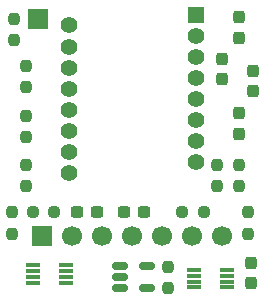
<source format=gbr>
%TF.GenerationSoftware,KiCad,Pcbnew,9.0.5*%
%TF.CreationDate,2025-11-21T21:53:36+01:00*%
%TF.ProjectId,keyballTrackballPCB,6b657962-616c-46c5-9472-61636b62616c,1.0*%
%TF.SameCoordinates,Original*%
%TF.FileFunction,Soldermask,Top*%
%TF.FilePolarity,Negative*%
%FSLAX46Y46*%
G04 Gerber Fmt 4.6, Leading zero omitted, Abs format (unit mm)*
G04 Created by KiCad (PCBNEW 9.0.5) date 2025-11-21 21:53:36*
%MOMM*%
%LPD*%
G01*
G04 APERTURE LIST*
G04 Aperture macros list*
%AMRoundRect*
0 Rectangle with rounded corners*
0 $1 Rounding radius*
0 $2 $3 $4 $5 $6 $7 $8 $9 X,Y pos of 4 corners*
0 Add a 4 corners polygon primitive as box body*
4,1,4,$2,$3,$4,$5,$6,$7,$8,$9,$2,$3,0*
0 Add four circle primitives for the rounded corners*
1,1,$1+$1,$2,$3*
1,1,$1+$1,$4,$5*
1,1,$1+$1,$6,$7*
1,1,$1+$1,$8,$9*
0 Add four rect primitives between the rounded corners*
20,1,$1+$1,$2,$3,$4,$5,0*
20,1,$1+$1,$4,$5,$6,$7,0*
20,1,$1+$1,$6,$7,$8,$9,0*
20,1,$1+$1,$8,$9,$2,$3,0*%
G04 Aperture macros list end*
%ADD10RoundRect,0.237500X-0.237500X0.300000X-0.237500X-0.300000X0.237500X-0.300000X0.237500X0.300000X0*%
%ADD11RoundRect,0.237500X-0.300000X-0.237500X0.300000X-0.237500X0.300000X0.237500X-0.300000X0.237500X0*%
%ADD12RoundRect,0.237500X0.237500X-0.250000X0.237500X0.250000X-0.237500X0.250000X-0.237500X-0.250000X0*%
%ADD13RoundRect,0.237500X-0.237500X0.250000X-0.237500X-0.250000X0.237500X-0.250000X0.237500X0.250000X0*%
%ADD14RoundRect,0.087500X0.537500X0.087500X-0.537500X0.087500X-0.537500X-0.087500X0.537500X-0.087500X0*%
%ADD15RoundRect,0.237500X-0.250000X-0.237500X0.250000X-0.237500X0.250000X0.237500X-0.250000X0.237500X0*%
%ADD16RoundRect,0.150000X-0.512500X-0.150000X0.512500X-0.150000X0.512500X0.150000X-0.512500X0.150000X0*%
%ADD17R,1.700000X1.700000*%
%ADD18R,1.400000X1.400000*%
%ADD19C,1.400000*%
%ADD20C,1.700000*%
G04 APERTURE END LIST*
D10*
%TO.C,C5*%
X104000000Y-81075000D03*
X104000000Y-82800000D03*
%TD*%
D11*
%TO.C,C1*%
X90275000Y-97600000D03*
X92000000Y-97600000D03*
%TD*%
D12*
%TO.C,R9*%
X86000000Y-87000000D03*
X86000000Y-85175000D03*
%TD*%
D10*
%TO.C,C4*%
X105200000Y-85600000D03*
X105200000Y-87325000D03*
%TD*%
D13*
%TO.C,R10*%
X86000000Y-93575000D03*
X86000000Y-95400000D03*
%TD*%
%TO.C,R11*%
X104000000Y-93575000D03*
X104000000Y-95400000D03*
%TD*%
D12*
%TO.C,R8*%
X86000000Y-91225000D03*
X86000000Y-89400000D03*
%TD*%
D10*
%TO.C,C7*%
X105000000Y-101875000D03*
X105000000Y-103600000D03*
%TD*%
D14*
%TO.C,U2*%
X89400000Y-103550000D03*
X89400000Y-103050000D03*
X89400000Y-102550000D03*
X89400000Y-102050000D03*
X86600000Y-102050000D03*
X86600000Y-102550000D03*
X86600000Y-103050000D03*
X86600000Y-103550000D03*
%TD*%
%TO.C,U3*%
X103000000Y-103950000D03*
X103000000Y-103450000D03*
X103000000Y-102950000D03*
X103000000Y-102450000D03*
X100200000Y-102450000D03*
X100200000Y-102950000D03*
X100200000Y-103450000D03*
X100200000Y-103950000D03*
%TD*%
D10*
%TO.C,C6*%
X102600000Y-84600000D03*
X102600000Y-86325000D03*
%TD*%
D12*
%TO.C,R2*%
X98000000Y-104000000D03*
X98000000Y-102175000D03*
%TD*%
D15*
%TO.C,R4*%
X86575000Y-97600000D03*
X88400000Y-97600000D03*
%TD*%
D12*
%TO.C,R7*%
X85000000Y-83025000D03*
X85000000Y-81200000D03*
%TD*%
D13*
%TO.C,R5*%
X102200000Y-93575000D03*
X102200000Y-95400000D03*
%TD*%
%TO.C,R3*%
X84800000Y-97600000D03*
X84800000Y-99425000D03*
%TD*%
D10*
%TO.C,C3*%
X104000000Y-89200000D03*
X104000000Y-90925000D03*
%TD*%
D16*
%TO.C,U1*%
X93925000Y-102100000D03*
X93925000Y-103050000D03*
X93925000Y-104000000D03*
X96200000Y-104000000D03*
X96200000Y-102100000D03*
%TD*%
D15*
%TO.C,R6*%
X99200000Y-97600000D03*
X101025000Y-97600000D03*
%TD*%
D13*
%TO.C,R1*%
X104800000Y-97600000D03*
X104800000Y-99425000D03*
%TD*%
D11*
%TO.C,C2*%
X94275000Y-97600000D03*
X96000000Y-97600000D03*
%TD*%
D17*
%TO.C,J2*%
X87000000Y-81200000D03*
%TD*%
D18*
%TO.C,U4*%
X100350000Y-80880000D03*
D19*
X100350000Y-82660000D03*
X100350000Y-84440000D03*
X100350000Y-86220000D03*
X100350000Y-88000000D03*
X100350000Y-89780000D03*
X100350000Y-91560000D03*
X100350000Y-93340000D03*
X89650000Y-94230000D03*
X89650000Y-92450000D03*
X89650000Y-90670000D03*
X89650000Y-88890000D03*
X89650000Y-87110000D03*
X89650000Y-85330000D03*
X89650000Y-83550000D03*
X89650000Y-81770000D03*
%TD*%
D17*
%TO.C,J1*%
X87380000Y-99600000D03*
D20*
X89920000Y-99600000D03*
X92460000Y-99600000D03*
X95000000Y-99600000D03*
X97540000Y-99600000D03*
X100080000Y-99600000D03*
X102620000Y-99600000D03*
%TD*%
M02*

</source>
